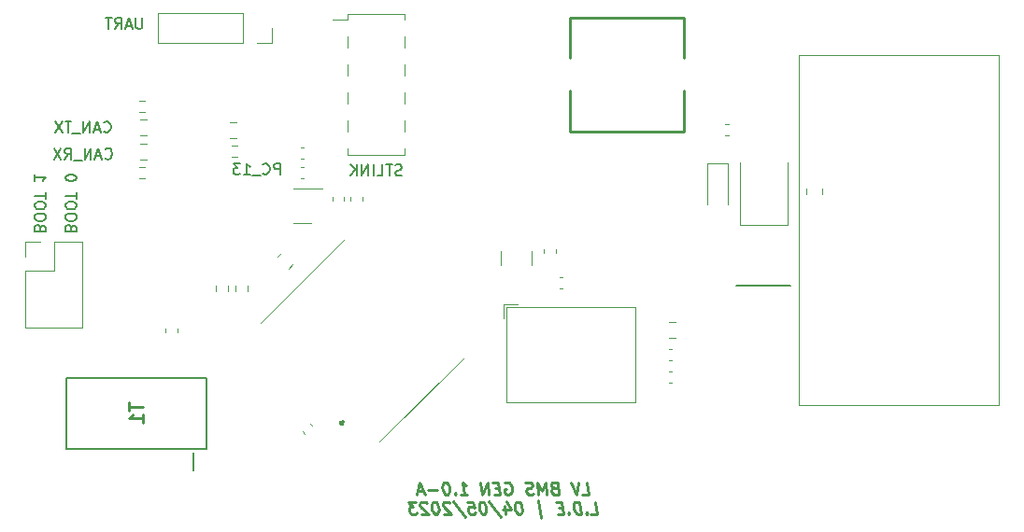
<source format=gbo>
%TF.GenerationSoftware,KiCad,Pcbnew,(6.0.11)*%
%TF.CreationDate,2023-06-26T18:15:52+10:00*%
%TF.ProjectId,LV_MASTER_A_SAMPLE,4c565f4d-4153-4544-9552-5f415f53414d,1*%
%TF.SameCoordinates,Original*%
%TF.FileFunction,Legend,Bot*%
%TF.FilePolarity,Positive*%
%FSLAX46Y46*%
G04 Gerber Fmt 4.6, Leading zero omitted, Abs format (unit mm)*
G04 Created by KiCad (PCBNEW (6.0.11)) date 2023-06-26 18:15:52*
%MOMM*%
%LPD*%
G01*
G04 APERTURE LIST*
%ADD10C,0.150000*%
%ADD11C,0.260000*%
%ADD12C,0.254000*%
%ADD13C,0.120000*%
%ADD14C,0.200000*%
%ADD15C,0.300000*%
%ADD16C,0.100000*%
G04 APERTURE END LIST*
D10*
X118085952Y-84304142D02*
X118133571Y-84351761D01*
X118276428Y-84399380D01*
X118371666Y-84399380D01*
X118514523Y-84351761D01*
X118609761Y-84256523D01*
X118657380Y-84161285D01*
X118705000Y-83970809D01*
X118705000Y-83827952D01*
X118657380Y-83637476D01*
X118609761Y-83542238D01*
X118514523Y-83447000D01*
X118371666Y-83399380D01*
X118276428Y-83399380D01*
X118133571Y-83447000D01*
X118085952Y-83494619D01*
X117705000Y-84113666D02*
X117228809Y-84113666D01*
X117800238Y-84399380D02*
X117466904Y-83399380D01*
X117133571Y-84399380D01*
X116800238Y-84399380D02*
X116800238Y-83399380D01*
X116228809Y-84399380D01*
X116228809Y-83399380D01*
X115990714Y-84494619D02*
X115228809Y-84494619D01*
X115133571Y-83399380D02*
X114562142Y-83399380D01*
X114847857Y-84399380D02*
X114847857Y-83399380D01*
X114324047Y-83399380D02*
X113657380Y-84399380D01*
X113657380Y-83399380D02*
X114324047Y-84399380D01*
X134048238Y-88209380D02*
X134048238Y-87209380D01*
X133667285Y-87209380D01*
X133572047Y-87257000D01*
X133524428Y-87304619D01*
X133476809Y-87399857D01*
X133476809Y-87542714D01*
X133524428Y-87637952D01*
X133572047Y-87685571D01*
X133667285Y-87733190D01*
X134048238Y-87733190D01*
X132476809Y-88114142D02*
X132524428Y-88161761D01*
X132667285Y-88209380D01*
X132762523Y-88209380D01*
X132905380Y-88161761D01*
X133000619Y-88066523D01*
X133048238Y-87971285D01*
X133095857Y-87780809D01*
X133095857Y-87637952D01*
X133048238Y-87447476D01*
X133000619Y-87352238D01*
X132905380Y-87257000D01*
X132762523Y-87209380D01*
X132667285Y-87209380D01*
X132524428Y-87257000D01*
X132476809Y-87304619D01*
X132286333Y-88304619D02*
X131524428Y-88304619D01*
X130762523Y-88209380D02*
X131333952Y-88209380D01*
X131048238Y-88209380D02*
X131048238Y-87209380D01*
X131143476Y-87352238D01*
X131238714Y-87447476D01*
X131333952Y-87495095D01*
X130429190Y-87209380D02*
X129810142Y-87209380D01*
X130143476Y-87590333D01*
X130000619Y-87590333D01*
X129905380Y-87637952D01*
X129857761Y-87685571D01*
X129810142Y-87780809D01*
X129810142Y-88018904D01*
X129857761Y-88114142D01*
X129905380Y-88161761D01*
X130000619Y-88209380D01*
X130286333Y-88209380D01*
X130381571Y-88161761D01*
X130429190Y-88114142D01*
X118205000Y-86717142D02*
X118252619Y-86764761D01*
X118395476Y-86812380D01*
X118490714Y-86812380D01*
X118633571Y-86764761D01*
X118728809Y-86669523D01*
X118776428Y-86574285D01*
X118824047Y-86383809D01*
X118824047Y-86240952D01*
X118776428Y-86050476D01*
X118728809Y-85955238D01*
X118633571Y-85860000D01*
X118490714Y-85812380D01*
X118395476Y-85812380D01*
X118252619Y-85860000D01*
X118205000Y-85907619D01*
X117824047Y-86526666D02*
X117347857Y-86526666D01*
X117919285Y-86812380D02*
X117585952Y-85812380D01*
X117252619Y-86812380D01*
X116919285Y-86812380D02*
X116919285Y-85812380D01*
X116347857Y-86812380D01*
X116347857Y-85812380D01*
X116109761Y-86907619D02*
X115347857Y-86907619D01*
X114538333Y-86812380D02*
X114871666Y-86336190D01*
X115109761Y-86812380D02*
X115109761Y-85812380D01*
X114728809Y-85812380D01*
X114633571Y-85860000D01*
X114585952Y-85907619D01*
X114538333Y-86002857D01*
X114538333Y-86145714D01*
X114585952Y-86240952D01*
X114633571Y-86288571D01*
X114728809Y-86336190D01*
X115109761Y-86336190D01*
X114205000Y-85812380D02*
X113538333Y-86812380D01*
X113538333Y-85812380D02*
X114205000Y-86812380D01*
X115133428Y-93019285D02*
X115085809Y-92876428D01*
X115038190Y-92828809D01*
X114942952Y-92781190D01*
X114800095Y-92781190D01*
X114704857Y-92828809D01*
X114657238Y-92876428D01*
X114609619Y-92971666D01*
X114609619Y-93352619D01*
X115609619Y-93352619D01*
X115609619Y-93019285D01*
X115562000Y-92924047D01*
X115514380Y-92876428D01*
X115419142Y-92828809D01*
X115323904Y-92828809D01*
X115228666Y-92876428D01*
X115181047Y-92924047D01*
X115133428Y-93019285D01*
X115133428Y-93352619D01*
X115609619Y-92162142D02*
X115609619Y-91971666D01*
X115562000Y-91876428D01*
X115466761Y-91781190D01*
X115276285Y-91733571D01*
X114942952Y-91733571D01*
X114752476Y-91781190D01*
X114657238Y-91876428D01*
X114609619Y-91971666D01*
X114609619Y-92162142D01*
X114657238Y-92257380D01*
X114752476Y-92352619D01*
X114942952Y-92400238D01*
X115276285Y-92400238D01*
X115466761Y-92352619D01*
X115562000Y-92257380D01*
X115609619Y-92162142D01*
X115609619Y-91114523D02*
X115609619Y-90924047D01*
X115562000Y-90828809D01*
X115466761Y-90733571D01*
X115276285Y-90685952D01*
X114942952Y-90685952D01*
X114752476Y-90733571D01*
X114657238Y-90828809D01*
X114609619Y-90924047D01*
X114609619Y-91114523D01*
X114657238Y-91209761D01*
X114752476Y-91305000D01*
X114942952Y-91352619D01*
X115276285Y-91352619D01*
X115466761Y-91305000D01*
X115562000Y-91209761D01*
X115609619Y-91114523D01*
X115609619Y-90400238D02*
X115609619Y-89828809D01*
X114609619Y-90114523D02*
X115609619Y-90114523D01*
X115609619Y-88543095D02*
X115609619Y-88447857D01*
X115562000Y-88352619D01*
X115514380Y-88305000D01*
X115419142Y-88257380D01*
X115228666Y-88209761D01*
X114990571Y-88209761D01*
X114800095Y-88257380D01*
X114704857Y-88305000D01*
X114657238Y-88352619D01*
X114609619Y-88447857D01*
X114609619Y-88543095D01*
X114657238Y-88638333D01*
X114704857Y-88685952D01*
X114800095Y-88733571D01*
X114990571Y-88781190D01*
X115228666Y-88781190D01*
X115419142Y-88733571D01*
X115514380Y-88685952D01*
X115562000Y-88638333D01*
X115609619Y-88543095D01*
X112339428Y-93019285D02*
X112291809Y-92876428D01*
X112244190Y-92828809D01*
X112148952Y-92781190D01*
X112006095Y-92781190D01*
X111910857Y-92828809D01*
X111863238Y-92876428D01*
X111815619Y-92971666D01*
X111815619Y-93352619D01*
X112815619Y-93352619D01*
X112815619Y-93019285D01*
X112768000Y-92924047D01*
X112720380Y-92876428D01*
X112625142Y-92828809D01*
X112529904Y-92828809D01*
X112434666Y-92876428D01*
X112387047Y-92924047D01*
X112339428Y-93019285D01*
X112339428Y-93352619D01*
X112815619Y-92162142D02*
X112815619Y-91971666D01*
X112768000Y-91876428D01*
X112672761Y-91781190D01*
X112482285Y-91733571D01*
X112148952Y-91733571D01*
X111958476Y-91781190D01*
X111863238Y-91876428D01*
X111815619Y-91971666D01*
X111815619Y-92162142D01*
X111863238Y-92257380D01*
X111958476Y-92352619D01*
X112148952Y-92400238D01*
X112482285Y-92400238D01*
X112672761Y-92352619D01*
X112768000Y-92257380D01*
X112815619Y-92162142D01*
X112815619Y-91114523D02*
X112815619Y-90924047D01*
X112768000Y-90828809D01*
X112672761Y-90733571D01*
X112482285Y-90685952D01*
X112148952Y-90685952D01*
X111958476Y-90733571D01*
X111863238Y-90828809D01*
X111815619Y-90924047D01*
X111815619Y-91114523D01*
X111863238Y-91209761D01*
X111958476Y-91305000D01*
X112148952Y-91352619D01*
X112482285Y-91352619D01*
X112672761Y-91305000D01*
X112768000Y-91209761D01*
X112815619Y-91114523D01*
X112815619Y-90400238D02*
X112815619Y-89828809D01*
X111815619Y-90114523D02*
X112815619Y-90114523D01*
X111815619Y-88209761D02*
X111815619Y-88781190D01*
X111815619Y-88495476D02*
X112815619Y-88495476D01*
X112672761Y-88590714D01*
X112577523Y-88685952D01*
X112529904Y-88781190D01*
D11*
X161458330Y-117214119D02*
X161982139Y-117214119D01*
X161844639Y-116114119D01*
X161111306Y-116114119D02*
X160882139Y-117214119D01*
X160377973Y-116114119D01*
X158872020Y-116637928D02*
X158721425Y-116690309D01*
X158675592Y-116742690D01*
X158636306Y-116847452D01*
X158655949Y-117004595D01*
X158721425Y-117109357D01*
X158780354Y-117161738D01*
X158891663Y-117214119D01*
X159310711Y-117214119D01*
X159173211Y-116114119D01*
X158806544Y-116114119D01*
X158708330Y-116166500D01*
X158662497Y-116218880D01*
X158623211Y-116323642D01*
X158636306Y-116428404D01*
X158701782Y-116533166D01*
X158760711Y-116585547D01*
X158872020Y-116637928D01*
X159238687Y-116637928D01*
X158210711Y-117214119D02*
X158073211Y-116114119D01*
X157804758Y-116899833D01*
X157339877Y-116114119D01*
X157477377Y-117214119D01*
X156999401Y-117161738D02*
X156848806Y-117214119D01*
X156586901Y-117214119D01*
X156475592Y-117161738D01*
X156416663Y-117109357D01*
X156351187Y-117004595D01*
X156338092Y-116899833D01*
X156377377Y-116795071D01*
X156423211Y-116742690D01*
X156521425Y-116690309D01*
X156724401Y-116637928D01*
X156822616Y-116585547D01*
X156868449Y-116533166D01*
X156907735Y-116428404D01*
X156894639Y-116323642D01*
X156829163Y-116218880D01*
X156770235Y-116166500D01*
X156658925Y-116114119D01*
X156397020Y-116114119D01*
X156246425Y-116166500D01*
X154360711Y-116166500D02*
X154458925Y-116114119D01*
X154616068Y-116114119D01*
X154779758Y-116166500D01*
X154897616Y-116271261D01*
X154963092Y-116376023D01*
X155041663Y-116585547D01*
X155061306Y-116742690D01*
X155035116Y-116952214D01*
X154995830Y-117056976D01*
X154904163Y-117161738D01*
X154753568Y-117214119D01*
X154648806Y-117214119D01*
X154485116Y-117161738D01*
X154426187Y-117109357D01*
X154380354Y-116742690D01*
X154589877Y-116742690D01*
X153895830Y-116637928D02*
X153529163Y-116637928D01*
X153444044Y-117214119D02*
X153967854Y-117214119D01*
X153830354Y-116114119D01*
X153306544Y-116114119D01*
X152972616Y-117214119D02*
X152835116Y-116114119D01*
X152344044Y-117214119D01*
X152206544Y-116114119D01*
X150405949Y-117214119D02*
X151034520Y-117214119D01*
X150720235Y-117214119D02*
X150582735Y-116114119D01*
X150707139Y-116271261D01*
X150824997Y-116376023D01*
X150936306Y-116428404D01*
X149921425Y-117109357D02*
X149875592Y-117161738D01*
X149934520Y-117214119D01*
X149980354Y-117161738D01*
X149921425Y-117109357D01*
X149934520Y-117214119D01*
X149063687Y-116114119D02*
X148958925Y-116114119D01*
X148860711Y-116166500D01*
X148814877Y-116218880D01*
X148775592Y-116323642D01*
X148749401Y-116533166D01*
X148782139Y-116795071D01*
X148860711Y-117004595D01*
X148926187Y-117109357D01*
X148985116Y-117161738D01*
X149096425Y-117214119D01*
X149201187Y-117214119D01*
X149299401Y-117161738D01*
X149345235Y-117109357D01*
X149384520Y-117004595D01*
X149410711Y-116795071D01*
X149377973Y-116533166D01*
X149299401Y-116323642D01*
X149233925Y-116218880D01*
X149174997Y-116166500D01*
X149063687Y-116114119D01*
X148310711Y-116795071D02*
X147472616Y-116795071D01*
X147014282Y-116899833D02*
X146490473Y-116899833D01*
X147158330Y-117214119D02*
X146654163Y-116114119D01*
X146424997Y-117214119D01*
X162217854Y-118985119D02*
X162741663Y-118985119D01*
X162604163Y-117885119D01*
X161838092Y-118880357D02*
X161792258Y-118932738D01*
X161851187Y-118985119D01*
X161897020Y-118932738D01*
X161838092Y-118880357D01*
X161851187Y-118985119D01*
X161327377Y-118985119D02*
X161189877Y-117885119D01*
X160927973Y-117885119D01*
X160777377Y-117937500D01*
X160685711Y-118042261D01*
X160646425Y-118147023D01*
X160620235Y-118356547D01*
X160639877Y-118513690D01*
X160718449Y-118723214D01*
X160783925Y-118827976D01*
X160901782Y-118932738D01*
X161065473Y-118985119D01*
X161327377Y-118985119D01*
X160214282Y-118880357D02*
X160168449Y-118932738D01*
X160227377Y-118985119D01*
X160273211Y-118932738D01*
X160214282Y-118880357D01*
X160227377Y-118985119D01*
X159631544Y-118408928D02*
X159264877Y-118408928D01*
X159179758Y-118985119D02*
X159703568Y-118985119D01*
X159566068Y-117885119D01*
X159042258Y-117885119D01*
X157654163Y-119351785D02*
X157457735Y-117780357D01*
X155637497Y-117885119D02*
X155532735Y-117885119D01*
X155434520Y-117937500D01*
X155388687Y-117989880D01*
X155349401Y-118094642D01*
X155323211Y-118304166D01*
X155355949Y-118566071D01*
X155434520Y-118775595D01*
X155499997Y-118880357D01*
X155558925Y-118932738D01*
X155670235Y-118985119D01*
X155774997Y-118985119D01*
X155873211Y-118932738D01*
X155919044Y-118880357D01*
X155958330Y-118775595D01*
X155984520Y-118566071D01*
X155951782Y-118304166D01*
X155873211Y-118094642D01*
X155807735Y-117989880D01*
X155748806Y-117937500D01*
X155637497Y-117885119D01*
X154373806Y-118251785D02*
X154465473Y-118985119D01*
X154583330Y-117832738D02*
X154943449Y-118618452D01*
X154262497Y-118618452D01*
X152959520Y-117832738D02*
X154079163Y-119247023D01*
X152389877Y-117885119D02*
X152285116Y-117885119D01*
X152186901Y-117937500D01*
X152141068Y-117989880D01*
X152101782Y-118094642D01*
X152075592Y-118304166D01*
X152108330Y-118566071D01*
X152186901Y-118775595D01*
X152252377Y-118880357D01*
X152311306Y-118932738D01*
X152422616Y-118985119D01*
X152527377Y-118985119D01*
X152625592Y-118932738D01*
X152671425Y-118880357D01*
X152710711Y-118775595D01*
X152736901Y-118566071D01*
X152704163Y-118304166D01*
X152625592Y-118094642D01*
X152560116Y-117989880D01*
X152501187Y-117937500D01*
X152389877Y-117885119D01*
X151027973Y-117885119D02*
X151551782Y-117885119D01*
X151669639Y-118408928D01*
X151610711Y-118356547D01*
X151499401Y-118304166D01*
X151237497Y-118304166D01*
X151139282Y-118356547D01*
X151093449Y-118408928D01*
X151054163Y-118513690D01*
X151086901Y-118775595D01*
X151152377Y-118880357D01*
X151211306Y-118932738D01*
X151322616Y-118985119D01*
X151584520Y-118985119D01*
X151682735Y-118932738D01*
X151728568Y-118880357D01*
X149711901Y-117832738D02*
X150831544Y-119247023D01*
X149417258Y-117989880D02*
X149358330Y-117937500D01*
X149247020Y-117885119D01*
X148985116Y-117885119D01*
X148886901Y-117937500D01*
X148841068Y-117989880D01*
X148801782Y-118094642D01*
X148814877Y-118199404D01*
X148886901Y-118356547D01*
X149594044Y-118985119D01*
X148913092Y-118985119D01*
X148094639Y-117885119D02*
X147989877Y-117885119D01*
X147891663Y-117937500D01*
X147845830Y-117989880D01*
X147806544Y-118094642D01*
X147780354Y-118304166D01*
X147813092Y-118566071D01*
X147891663Y-118775595D01*
X147957139Y-118880357D01*
X148016068Y-118932738D01*
X148127377Y-118985119D01*
X148232139Y-118985119D01*
X148330354Y-118932738D01*
X148376187Y-118880357D01*
X148415473Y-118775595D01*
X148441663Y-118566071D01*
X148408925Y-118304166D01*
X148330354Y-118094642D01*
X148264877Y-117989880D01*
X148205949Y-117937500D01*
X148094639Y-117885119D01*
X147322020Y-117989880D02*
X147263092Y-117937500D01*
X147151782Y-117885119D01*
X146889877Y-117885119D01*
X146791663Y-117937500D01*
X146745830Y-117989880D01*
X146706544Y-118094642D01*
X146719639Y-118199404D01*
X146791663Y-118356547D01*
X147498806Y-118985119D01*
X146817854Y-118985119D01*
X146313687Y-117885119D02*
X145632735Y-117885119D01*
X146051782Y-118304166D01*
X145894639Y-118304166D01*
X145796425Y-118356547D01*
X145750592Y-118408928D01*
X145711306Y-118513690D01*
X145744044Y-118775595D01*
X145809520Y-118880357D01*
X145868449Y-118932738D01*
X145979758Y-118985119D01*
X146294044Y-118985119D01*
X146392258Y-118932738D01*
X146438092Y-118880357D01*
D10*
%TO.C,J2*%
X121557438Y-73991180D02*
X121557438Y-74800704D01*
X121509819Y-74895942D01*
X121462200Y-74943561D01*
X121366961Y-74991180D01*
X121176485Y-74991180D01*
X121081247Y-74943561D01*
X121033628Y-74895942D01*
X120986009Y-74800704D01*
X120986009Y-73991180D01*
X120557438Y-74705466D02*
X120081247Y-74705466D01*
X120652676Y-74991180D02*
X120319342Y-73991180D01*
X119986009Y-74991180D01*
X119081247Y-74991180D02*
X119414580Y-74514990D01*
X119652676Y-74991180D02*
X119652676Y-73991180D01*
X119271723Y-73991180D01*
X119176485Y-74038800D01*
X119128866Y-74086419D01*
X119081247Y-74181657D01*
X119081247Y-74324514D01*
X119128866Y-74419752D01*
X119176485Y-74467371D01*
X119271723Y-74514990D01*
X119652676Y-74514990D01*
X118795533Y-73991180D02*
X118224104Y-73991180D01*
X118509819Y-74991180D02*
X118509819Y-73991180D01*
%TO.C,J4*%
X145081333Y-88264761D02*
X144938476Y-88312380D01*
X144700380Y-88312380D01*
X144605142Y-88264761D01*
X144557523Y-88217142D01*
X144509904Y-88121904D01*
X144509904Y-88026666D01*
X144557523Y-87931428D01*
X144605142Y-87883809D01*
X144700380Y-87836190D01*
X144890857Y-87788571D01*
X144986095Y-87740952D01*
X145033714Y-87693333D01*
X145081333Y-87598095D01*
X145081333Y-87502857D01*
X145033714Y-87407619D01*
X144986095Y-87360000D01*
X144890857Y-87312380D01*
X144652761Y-87312380D01*
X144509904Y-87360000D01*
X144224190Y-87312380D02*
X143652761Y-87312380D01*
X143938476Y-88312380D02*
X143938476Y-87312380D01*
X142843238Y-88312380D02*
X143319428Y-88312380D01*
X143319428Y-87312380D01*
X142509904Y-88312380D02*
X142509904Y-87312380D01*
X142033714Y-88312380D02*
X142033714Y-87312380D01*
X141462285Y-88312380D01*
X141462285Y-87312380D01*
X140986095Y-88312380D02*
X140986095Y-87312380D01*
X140414666Y-88312380D02*
X140843238Y-87740952D01*
X140414666Y-87312380D02*
X140986095Y-87883809D01*
D12*
%TO.C,T1*%
X120335523Y-108887380D02*
X120335523Y-109613095D01*
X121605523Y-109250238D02*
X120335523Y-109250238D01*
X121605523Y-110701666D02*
X121605523Y-109975952D01*
X121605523Y-110338809D02*
X120335523Y-110338809D01*
X120516952Y-110217857D01*
X120637904Y-110096904D01*
X120698380Y-109975952D01*
D13*
%TO.C,C13*%
X136782198Y-110787949D02*
X136989051Y-110994802D01*
X136060949Y-111509198D02*
X136267802Y-111716051D01*
%TO.C,C14*%
X140460000Y-90277733D02*
X140460000Y-90570267D01*
X141480000Y-90277733D02*
X141480000Y-90570267D01*
%TO.C,C17*%
X135197457Y-96346990D02*
X134827990Y-96716457D01*
X134158010Y-95307543D02*
X133788543Y-95677010D01*
%TO.C,D1*%
X130055252Y-84936000D02*
X129532748Y-84936000D01*
X130055252Y-83466000D02*
X129532748Y-83466000D01*
%TO.C,J2*%
X133296400Y-76224400D02*
X133296400Y-74894400D01*
X131966400Y-76224400D02*
X133296400Y-76224400D01*
X130696400Y-73564400D02*
X123016400Y-73564400D01*
X130696400Y-76224400D02*
X123016400Y-76224400D01*
X130696400Y-76224400D02*
X130696400Y-73564400D01*
X123016400Y-76224400D02*
X123016400Y-73564400D01*
%TO.C,C19*%
X135925233Y-88564000D02*
X136217767Y-88564000D01*
X135925233Y-87544000D02*
X136217767Y-87544000D01*
%TO.C,D2*%
X121404748Y-86841000D02*
X121927252Y-86841000D01*
X121404748Y-85371000D02*
X121927252Y-85371000D01*
%TO.C,C15*%
X138809000Y-90277733D02*
X138809000Y-90570267D01*
X139829000Y-90277733D02*
X139829000Y-90570267D01*
%TO.C,J1*%
X199214000Y-77328000D02*
X181024000Y-77328000D01*
X181024000Y-77328000D02*
X181024000Y-109108000D01*
X181024000Y-109108000D02*
X199214000Y-109108000D01*
X199214000Y-109108000D02*
X199214000Y-77328000D01*
%TO.C,C50*%
X169271733Y-105031000D02*
X169564267Y-105031000D01*
X169271733Y-104011000D02*
X169564267Y-104011000D01*
%TO.C,R2*%
X121795724Y-88533500D02*
X121286276Y-88533500D01*
X121795724Y-87488500D02*
X121286276Y-87488500D01*
%TO.C,C23*%
X159365733Y-97534000D02*
X159658267Y-97534000D01*
X159365733Y-98554000D02*
X159658267Y-98554000D01*
%TO.C,C24*%
X169331748Y-103048500D02*
X169854252Y-103048500D01*
X169331748Y-101578500D02*
X169854252Y-101578500D01*
%TO.C,R10*%
X129300500Y-98297276D02*
X129300500Y-98806724D01*
X128255500Y-98297276D02*
X128255500Y-98806724D01*
%TO.C,R1*%
X129666276Y-85583500D02*
X130175724Y-85583500D01*
X129666276Y-86628500D02*
X130175724Y-86628500D01*
%TO.C,C49*%
X169271733Y-106043000D02*
X169564267Y-106043000D01*
X169271733Y-107063000D02*
X169564267Y-107063000D01*
%TO.C,C21*%
X174398233Y-84687000D02*
X174690767Y-84687000D01*
X174398233Y-83667000D02*
X174690767Y-83667000D01*
%TO.C,C38*%
X124716000Y-102215733D02*
X124716000Y-102508267D01*
X123696000Y-102215733D02*
X123696000Y-102508267D01*
D12*
%TO.C,C20*%
X160331000Y-84271000D02*
X170631000Y-84271000D01*
X160331000Y-84271000D02*
X160331000Y-80621000D01*
X170631000Y-84271000D02*
X170631000Y-80621000D01*
X170631000Y-73971000D02*
X170631000Y-77621000D01*
X160331000Y-73971000D02*
X160331000Y-77621000D01*
X170631000Y-73971000D02*
X160331000Y-73971000D01*
D14*
%TO.C,F1*%
X180333000Y-98274000D02*
X175413000Y-98274000D01*
D13*
%TO.C,J4*%
X145348000Y-73600000D02*
X145348000Y-74170000D01*
X145348000Y-80770000D02*
X145348000Y-81790000D01*
X145348000Y-86420000D02*
X140148000Y-86420000D01*
X140148000Y-74170000D02*
X138788000Y-74170000D01*
X140148000Y-83310000D02*
X140148000Y-84330000D01*
X145348000Y-78230000D02*
X145348000Y-79250000D01*
X140148000Y-75690000D02*
X140148000Y-76710000D01*
X140148000Y-78230000D02*
X140148000Y-79250000D01*
X145348000Y-85850000D02*
X145348000Y-86420000D01*
X145348000Y-83310000D02*
X145348000Y-84330000D01*
X145348000Y-75690000D02*
X145348000Y-76710000D01*
X145348000Y-73600000D02*
X140148000Y-73600000D01*
X140148000Y-85850000D02*
X140148000Y-86420000D01*
X140148000Y-73600000D02*
X140148000Y-74170000D01*
X140148000Y-80770000D02*
X140148000Y-81790000D01*
%TO.C,C18*%
X135925233Y-86804000D02*
X136217767Y-86804000D01*
X135925233Y-85784000D02*
X136217767Y-85784000D01*
%TO.C,D4*%
X180023000Y-92807000D02*
X180023000Y-87107000D01*
X180023000Y-92807000D02*
X175723000Y-92807000D01*
X175723000Y-92807000D02*
X175723000Y-87107000D01*
%TO.C,D3*%
X121404748Y-83212000D02*
X121927252Y-83212000D01*
X121404748Y-84682000D02*
X121927252Y-84682000D01*
%TO.C,D5*%
X172732000Y-87216000D02*
X174632000Y-87216000D01*
X174632000Y-87216000D02*
X174632000Y-90876000D01*
X172732000Y-87216000D02*
X172732000Y-90876000D01*
%TO.C,R3*%
X121793724Y-82564500D02*
X121284276Y-82564500D01*
X121793724Y-81519500D02*
X121284276Y-81519500D01*
%TO.C,U3*%
X154534000Y-108873500D02*
X154534000Y-100253500D01*
X166255000Y-108873500D02*
X166255000Y-100253500D01*
X154534000Y-100253500D02*
X166255000Y-100253500D01*
X154294000Y-101253500D02*
X154294000Y-100013500D01*
X154534000Y-108873500D02*
X166255000Y-108873500D01*
X154294000Y-100013500D02*
X155534000Y-100013500D01*
%TO.C,U2*%
X136050000Y-89459000D02*
X137850000Y-89459000D01*
X136050000Y-89459000D02*
X135250000Y-89459000D01*
X136050000Y-92579000D02*
X135250000Y-92579000D01*
X136050000Y-92579000D02*
X136850000Y-92579000D01*
D14*
%TO.C,T1*%
X127381000Y-113060000D02*
X127381000Y-106650000D01*
X114681000Y-106650000D02*
X114681000Y-113060000D01*
X127381000Y-106650000D02*
X114681000Y-106650000D01*
X114681000Y-113060000D02*
X127381000Y-113060000D01*
X126226000Y-115005000D02*
X126226000Y-113410000D01*
D13*
%TO.C,J3*%
X113540000Y-96915000D02*
X110940000Y-96915000D01*
X116140000Y-94315000D02*
X113540000Y-94315000D01*
X113540000Y-94315000D02*
X113540000Y-96915000D01*
X112270000Y-94315000D02*
X110940000Y-94315000D01*
X110940000Y-94315000D02*
X110940000Y-95645000D01*
X116140000Y-102055000D02*
X110940000Y-102055000D01*
X116140000Y-94315000D02*
X116140000Y-102055000D01*
X110940000Y-96915000D02*
X110940000Y-102055000D01*
%TO.C,C16*%
X181710000Y-90004752D02*
X181710000Y-89482248D01*
X183180000Y-90004752D02*
X183180000Y-89482248D01*
%TO.C,C22*%
X157986000Y-95002233D02*
X157986000Y-95294767D01*
X159006000Y-95002233D02*
X159006000Y-95294767D01*
%TO.C,R11*%
X131078500Y-98806724D02*
X131078500Y-98297276D01*
X130033500Y-98806724D02*
X130033500Y-98297276D01*
D15*
%TO.C,PS1*%
X139568812Y-110817043D02*
X139568812Y-110817043D01*
D16*
X139872868Y-94079825D02*
X132306825Y-101645868D01*
D15*
X139710233Y-110675621D02*
X139710233Y-110675621D01*
D16*
X150649175Y-104856132D02*
X143083132Y-112422175D01*
D15*
X139710233Y-110675621D02*
G75*
G03*
X139568812Y-110817043I-70711J-70711D01*
G01*
X139568812Y-110817043D02*
G75*
G03*
X139710233Y-110675621I70710J70711D01*
G01*
D13*
%TO.C,L2*%
X156808000Y-95171436D02*
X156808000Y-96375564D01*
X154088000Y-95171436D02*
X154088000Y-96375564D01*
%TD*%
M02*

</source>
